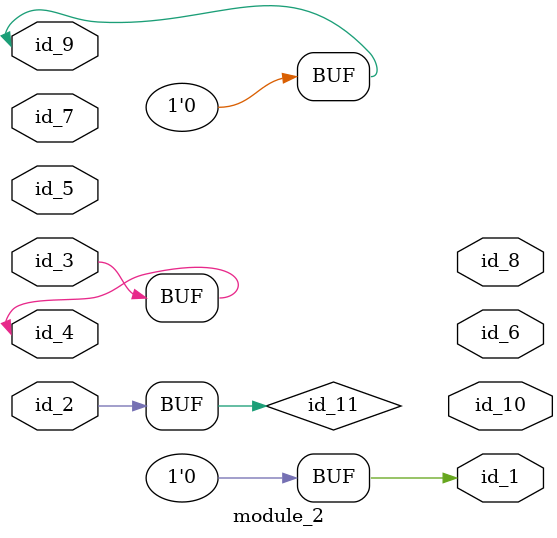
<source format=v>
module module_0 ();
  if (1 ^ 1) wire id_1, id_3;
  assign id_1 = id_3;
  wire id_4;
  assign module_2.id_3 = 0;
  wire id_5;
  wire id_6;
endmodule
module module_1;
  module_0 modCall_1 ();
endmodule
module module_2 (
    id_1,
    id_2,
    id_3,
    id_4,
    id_5,
    id_6,
    id_7,
    id_8,
    id_9,
    id_10
);
  output wire id_10;
  inout wire id_9;
  output wire id_8;
  input wire id_7;
  output wire id_6;
  inout wire id_5;
  inout wire id_4;
  inout wire id_3;
  input wire id_2;
  output wire id_1;
  assign id_9 = 1'b0;
  module_0 modCall_1 ();
  assign id_4 = (1'h0) || 1 == id_3;
  wire id_11 = id_2;
  assign #(1'b0) id_1 = id_9;
  initial begin : LABEL_0$display
    ;
  end
endmodule

</source>
